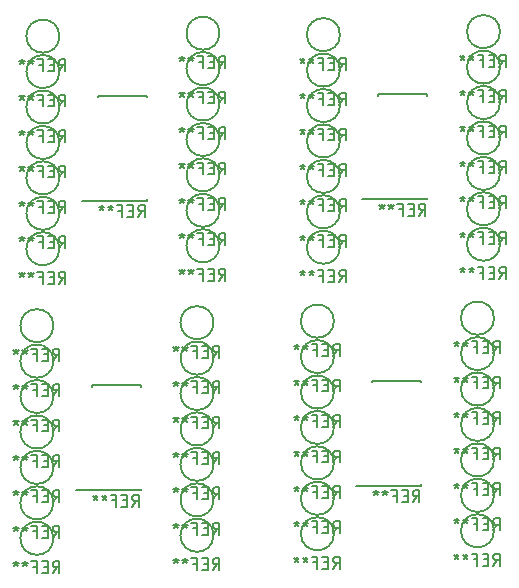
<source format=gbr>
G04 #@! TF.FileFunction,Legend,Bot*
%FSLAX46Y46*%
G04 Gerber Fmt 4.6, Leading zero omitted, Abs format (unit mm)*
G04 Created by KiCad (PCBNEW 4.0.6-e0-6349~53~ubuntu16.04.1) date Wed Aug  9 14:44:26 2017*
%MOMM*%
%LPD*%
G01*
G04 APERTURE LIST*
%ADD10C,0.100000*%
%ADD11C,0.150000*%
G04 APERTURE END LIST*
D10*
D11*
X128849600Y-90534200D02*
G75*
G03X128849600Y-90534200I-1400000J0D01*
G01*
X128849600Y-96534200D02*
G75*
G03X128849600Y-96534200I-1400000J0D01*
G01*
X128849600Y-93534200D02*
G75*
G03X128849600Y-93534200I-1400000J0D01*
G01*
X115293600Y-93788200D02*
G75*
G03X115293600Y-93788200I-1400000J0D01*
G01*
X118549600Y-104729200D02*
X118549600Y-104704200D01*
X122699600Y-104729200D02*
X122699600Y-104614200D01*
X122699600Y-95829200D02*
X122699600Y-95944200D01*
X118549600Y-95829200D02*
X118549600Y-95944200D01*
X118549600Y-104729200D02*
X122699600Y-104729200D01*
X118549600Y-95829200D02*
X122699600Y-95829200D01*
X118549600Y-104704200D02*
X117174600Y-104704200D01*
X115293600Y-90788200D02*
G75*
G03X115293600Y-90788200I-1400000J0D01*
G01*
X152598600Y-90407200D02*
G75*
G03X152598600Y-90407200I-1400000J0D01*
G01*
X139042600Y-96661200D02*
G75*
G03X139042600Y-96661200I-1400000J0D01*
G01*
X139042600Y-93661200D02*
G75*
G03X139042600Y-93661200I-1400000J0D01*
G01*
X142298600Y-104602200D02*
X142298600Y-104577200D01*
X146448600Y-104602200D02*
X146448600Y-104487200D01*
X146448600Y-95702200D02*
X146448600Y-95817200D01*
X142298600Y-95702200D02*
X142298600Y-95817200D01*
X142298600Y-104602200D02*
X146448600Y-104602200D01*
X142298600Y-95702200D02*
X146448600Y-95702200D01*
X142298600Y-104577200D02*
X140923600Y-104577200D01*
X152598600Y-93407200D02*
G75*
G03X152598600Y-93407200I-1400000J0D01*
G01*
X139042600Y-90661200D02*
G75*
G03X139042600Y-90661200I-1400000J0D01*
G01*
X115293600Y-108788200D02*
G75*
G03X115293600Y-108788200I-1400000J0D01*
G01*
X115293600Y-102788200D02*
G75*
G03X115293600Y-102788200I-1400000J0D01*
G01*
X115293600Y-105788200D02*
G75*
G03X115293600Y-105788200I-1400000J0D01*
G01*
X115293600Y-96788200D02*
G75*
G03X115293600Y-96788200I-1400000J0D01*
G01*
X115293600Y-99788200D02*
G75*
G03X115293600Y-99788200I-1400000J0D01*
G01*
X152598600Y-108407200D02*
G75*
G03X152598600Y-108407200I-1400000J0D01*
G01*
X152598600Y-105407200D02*
G75*
G03X152598600Y-105407200I-1400000J0D01*
G01*
X152598600Y-102407200D02*
G75*
G03X152598600Y-102407200I-1400000J0D01*
G01*
X152598600Y-96407200D02*
G75*
G03X152598600Y-96407200I-1400000J0D01*
G01*
X152598600Y-99407200D02*
G75*
G03X152598600Y-99407200I-1400000J0D01*
G01*
X139042600Y-105661200D02*
G75*
G03X139042600Y-105661200I-1400000J0D01*
G01*
X128849600Y-102534200D02*
G75*
G03X128849600Y-102534200I-1400000J0D01*
G01*
X128849600Y-108534200D02*
G75*
G03X128849600Y-108534200I-1400000J0D01*
G01*
X139042600Y-108661200D02*
G75*
G03X139042600Y-108661200I-1400000J0D01*
G01*
X139042600Y-99661200D02*
G75*
G03X139042600Y-99661200I-1400000J0D01*
G01*
X128849600Y-105534200D02*
G75*
G03X128849600Y-105534200I-1400000J0D01*
G01*
X139042600Y-102661200D02*
G75*
G03X139042600Y-102661200I-1400000J0D01*
G01*
X128849600Y-99534200D02*
G75*
G03X128849600Y-99534200I-1400000J0D01*
G01*
X141790600Y-128859200D02*
X141790600Y-128834200D01*
X145940600Y-128859200D02*
X145940600Y-128744200D01*
X145940600Y-119959200D02*
X145940600Y-120074200D01*
X141790600Y-119959200D02*
X141790600Y-120074200D01*
X141790600Y-128859200D02*
X145940600Y-128859200D01*
X141790600Y-119959200D02*
X145940600Y-119959200D01*
X141790600Y-128834200D02*
X140415600Y-128834200D01*
X138534600Y-126918200D02*
G75*
G03X138534600Y-126918200I-1400000J0D01*
G01*
X138534600Y-117918200D02*
G75*
G03X138534600Y-117918200I-1400000J0D01*
G01*
X138534600Y-114918200D02*
G75*
G03X138534600Y-114918200I-1400000J0D01*
G01*
X138534600Y-120918200D02*
G75*
G03X138534600Y-120918200I-1400000J0D01*
G01*
X138534600Y-123918200D02*
G75*
G03X138534600Y-123918200I-1400000J0D01*
G01*
X138534600Y-129918200D02*
G75*
G03X138534600Y-129918200I-1400000J0D01*
G01*
X138534600Y-132918200D02*
G75*
G03X138534600Y-132918200I-1400000J0D01*
G01*
X128341600Y-118045200D02*
G75*
G03X128341600Y-118045200I-1400000J0D01*
G01*
X128341600Y-121045200D02*
G75*
G03X128341600Y-121045200I-1400000J0D01*
G01*
X128341600Y-124045200D02*
G75*
G03X128341600Y-124045200I-1400000J0D01*
G01*
X128341600Y-130045200D02*
G75*
G03X128341600Y-130045200I-1400000J0D01*
G01*
X128341600Y-115045200D02*
G75*
G03X128341600Y-115045200I-1400000J0D01*
G01*
X128341600Y-133045200D02*
G75*
G03X128341600Y-133045200I-1400000J0D01*
G01*
X128341600Y-127045200D02*
G75*
G03X128341600Y-127045200I-1400000J0D01*
G01*
X118041600Y-129240200D02*
X118041600Y-129215200D01*
X122191600Y-129240200D02*
X122191600Y-129125200D01*
X122191600Y-120340200D02*
X122191600Y-120455200D01*
X118041600Y-120340200D02*
X118041600Y-120455200D01*
X118041600Y-129240200D02*
X122191600Y-129240200D01*
X118041600Y-120340200D02*
X122191600Y-120340200D01*
X118041600Y-129215200D02*
X116666600Y-129215200D01*
X114785600Y-130299200D02*
G75*
G03X114785600Y-130299200I-1400000J0D01*
G01*
X114785600Y-124299200D02*
G75*
G03X114785600Y-124299200I-1400000J0D01*
G01*
X114785600Y-121299200D02*
G75*
G03X114785600Y-121299200I-1400000J0D01*
G01*
X114785600Y-115299200D02*
G75*
G03X114785600Y-115299200I-1400000J0D01*
G01*
X114785600Y-133299200D02*
G75*
G03X114785600Y-133299200I-1400000J0D01*
G01*
X114785600Y-118299200D02*
G75*
G03X114785600Y-118299200I-1400000J0D01*
G01*
X114785600Y-127299200D02*
G75*
G03X114785600Y-127299200I-1400000J0D01*
G01*
X152090600Y-129664200D02*
G75*
G03X152090600Y-129664200I-1400000J0D01*
G01*
X152090600Y-120664200D02*
G75*
G03X152090600Y-120664200I-1400000J0D01*
G01*
X152090600Y-114664200D02*
G75*
G03X152090600Y-114664200I-1400000J0D01*
G01*
X152090600Y-123664200D02*
G75*
G03X152090600Y-123664200I-1400000J0D01*
G01*
X152090600Y-132664200D02*
G75*
G03X152090600Y-132664200I-1400000J0D01*
G01*
X152090600Y-117664200D02*
G75*
G03X152090600Y-117664200I-1400000J0D01*
G01*
X152090600Y-126664200D02*
G75*
G03X152090600Y-126664200I-1400000J0D01*
G01*
X128782933Y-93486581D02*
X129116267Y-93010390D01*
X129354362Y-93486581D02*
X129354362Y-92486581D01*
X128973409Y-92486581D01*
X128878171Y-92534200D01*
X128830552Y-92581819D01*
X128782933Y-92677057D01*
X128782933Y-92819914D01*
X128830552Y-92915152D01*
X128878171Y-92962771D01*
X128973409Y-93010390D01*
X129354362Y-93010390D01*
X128354362Y-92962771D02*
X128021028Y-92962771D01*
X127878171Y-93486581D02*
X128354362Y-93486581D01*
X128354362Y-92486581D01*
X127878171Y-92486581D01*
X127116266Y-92962771D02*
X127449600Y-92962771D01*
X127449600Y-93486581D02*
X127449600Y-92486581D01*
X126973409Y-92486581D01*
X126449600Y-92486581D02*
X126449600Y-92724676D01*
X126687695Y-92629438D02*
X126449600Y-92724676D01*
X126211504Y-92629438D01*
X126592457Y-92915152D02*
X126449600Y-92724676D01*
X126306742Y-92915152D01*
X125687695Y-92486581D02*
X125687695Y-92724676D01*
X125925790Y-92629438D02*
X125687695Y-92724676D01*
X125449599Y-92629438D01*
X125830552Y-92915152D02*
X125687695Y-92724676D01*
X125544837Y-92915152D01*
X128782933Y-99486581D02*
X129116267Y-99010390D01*
X129354362Y-99486581D02*
X129354362Y-98486581D01*
X128973409Y-98486581D01*
X128878171Y-98534200D01*
X128830552Y-98581819D01*
X128782933Y-98677057D01*
X128782933Y-98819914D01*
X128830552Y-98915152D01*
X128878171Y-98962771D01*
X128973409Y-99010390D01*
X129354362Y-99010390D01*
X128354362Y-98962771D02*
X128021028Y-98962771D01*
X127878171Y-99486581D02*
X128354362Y-99486581D01*
X128354362Y-98486581D01*
X127878171Y-98486581D01*
X127116266Y-98962771D02*
X127449600Y-98962771D01*
X127449600Y-99486581D02*
X127449600Y-98486581D01*
X126973409Y-98486581D01*
X126449600Y-98486581D02*
X126449600Y-98724676D01*
X126687695Y-98629438D02*
X126449600Y-98724676D01*
X126211504Y-98629438D01*
X126592457Y-98915152D02*
X126449600Y-98724676D01*
X126306742Y-98915152D01*
X125687695Y-98486581D02*
X125687695Y-98724676D01*
X125925790Y-98629438D02*
X125687695Y-98724676D01*
X125449599Y-98629438D01*
X125830552Y-98915152D02*
X125687695Y-98724676D01*
X125544837Y-98915152D01*
X128782933Y-96486581D02*
X129116267Y-96010390D01*
X129354362Y-96486581D02*
X129354362Y-95486581D01*
X128973409Y-95486581D01*
X128878171Y-95534200D01*
X128830552Y-95581819D01*
X128782933Y-95677057D01*
X128782933Y-95819914D01*
X128830552Y-95915152D01*
X128878171Y-95962771D01*
X128973409Y-96010390D01*
X129354362Y-96010390D01*
X128354362Y-95962771D02*
X128021028Y-95962771D01*
X127878171Y-96486581D02*
X128354362Y-96486581D01*
X128354362Y-95486581D01*
X127878171Y-95486581D01*
X127116266Y-95962771D02*
X127449600Y-95962771D01*
X127449600Y-96486581D02*
X127449600Y-95486581D01*
X126973409Y-95486581D01*
X126449600Y-95486581D02*
X126449600Y-95724676D01*
X126687695Y-95629438D02*
X126449600Y-95724676D01*
X126211504Y-95629438D01*
X126592457Y-95915152D02*
X126449600Y-95724676D01*
X126306742Y-95915152D01*
X125687695Y-95486581D02*
X125687695Y-95724676D01*
X125925790Y-95629438D02*
X125687695Y-95724676D01*
X125449599Y-95629438D01*
X125830552Y-95915152D02*
X125687695Y-95724676D01*
X125544837Y-95915152D01*
X115226933Y-96740581D02*
X115560267Y-96264390D01*
X115798362Y-96740581D02*
X115798362Y-95740581D01*
X115417409Y-95740581D01*
X115322171Y-95788200D01*
X115274552Y-95835819D01*
X115226933Y-95931057D01*
X115226933Y-96073914D01*
X115274552Y-96169152D01*
X115322171Y-96216771D01*
X115417409Y-96264390D01*
X115798362Y-96264390D01*
X114798362Y-96216771D02*
X114465028Y-96216771D01*
X114322171Y-96740581D02*
X114798362Y-96740581D01*
X114798362Y-95740581D01*
X114322171Y-95740581D01*
X113560266Y-96216771D02*
X113893600Y-96216771D01*
X113893600Y-96740581D02*
X113893600Y-95740581D01*
X113417409Y-95740581D01*
X112893600Y-95740581D02*
X112893600Y-95978676D01*
X113131695Y-95883438D02*
X112893600Y-95978676D01*
X112655504Y-95883438D01*
X113036457Y-96169152D02*
X112893600Y-95978676D01*
X112750742Y-96169152D01*
X112131695Y-95740581D02*
X112131695Y-95978676D01*
X112369790Y-95883438D02*
X112131695Y-95978676D01*
X111893599Y-95883438D01*
X112274552Y-96169152D02*
X112131695Y-95978676D01*
X111988837Y-96169152D01*
X121957933Y-106106581D02*
X122291267Y-105630390D01*
X122529362Y-106106581D02*
X122529362Y-105106581D01*
X122148409Y-105106581D01*
X122053171Y-105154200D01*
X122005552Y-105201819D01*
X121957933Y-105297057D01*
X121957933Y-105439914D01*
X122005552Y-105535152D01*
X122053171Y-105582771D01*
X122148409Y-105630390D01*
X122529362Y-105630390D01*
X121529362Y-105582771D02*
X121196028Y-105582771D01*
X121053171Y-106106581D02*
X121529362Y-106106581D01*
X121529362Y-105106581D01*
X121053171Y-105106581D01*
X120291266Y-105582771D02*
X120624600Y-105582771D01*
X120624600Y-106106581D02*
X120624600Y-105106581D01*
X120148409Y-105106581D01*
X119624600Y-105106581D02*
X119624600Y-105344676D01*
X119862695Y-105249438D02*
X119624600Y-105344676D01*
X119386504Y-105249438D01*
X119767457Y-105535152D02*
X119624600Y-105344676D01*
X119481742Y-105535152D01*
X118862695Y-105106581D02*
X118862695Y-105344676D01*
X119100790Y-105249438D02*
X118862695Y-105344676D01*
X118624599Y-105249438D01*
X119005552Y-105535152D02*
X118862695Y-105344676D01*
X118719837Y-105535152D01*
X115226933Y-93740581D02*
X115560267Y-93264390D01*
X115798362Y-93740581D02*
X115798362Y-92740581D01*
X115417409Y-92740581D01*
X115322171Y-92788200D01*
X115274552Y-92835819D01*
X115226933Y-92931057D01*
X115226933Y-93073914D01*
X115274552Y-93169152D01*
X115322171Y-93216771D01*
X115417409Y-93264390D01*
X115798362Y-93264390D01*
X114798362Y-93216771D02*
X114465028Y-93216771D01*
X114322171Y-93740581D02*
X114798362Y-93740581D01*
X114798362Y-92740581D01*
X114322171Y-92740581D01*
X113560266Y-93216771D02*
X113893600Y-93216771D01*
X113893600Y-93740581D02*
X113893600Y-92740581D01*
X113417409Y-92740581D01*
X112893600Y-92740581D02*
X112893600Y-92978676D01*
X113131695Y-92883438D02*
X112893600Y-92978676D01*
X112655504Y-92883438D01*
X113036457Y-93169152D02*
X112893600Y-92978676D01*
X112750742Y-93169152D01*
X112131695Y-92740581D02*
X112131695Y-92978676D01*
X112369790Y-92883438D02*
X112131695Y-92978676D01*
X111893599Y-92883438D01*
X112274552Y-93169152D02*
X112131695Y-92978676D01*
X111988837Y-93169152D01*
X152531933Y-93359581D02*
X152865267Y-92883390D01*
X153103362Y-93359581D02*
X153103362Y-92359581D01*
X152722409Y-92359581D01*
X152627171Y-92407200D01*
X152579552Y-92454819D01*
X152531933Y-92550057D01*
X152531933Y-92692914D01*
X152579552Y-92788152D01*
X152627171Y-92835771D01*
X152722409Y-92883390D01*
X153103362Y-92883390D01*
X152103362Y-92835771D02*
X151770028Y-92835771D01*
X151627171Y-93359581D02*
X152103362Y-93359581D01*
X152103362Y-92359581D01*
X151627171Y-92359581D01*
X150865266Y-92835771D02*
X151198600Y-92835771D01*
X151198600Y-93359581D02*
X151198600Y-92359581D01*
X150722409Y-92359581D01*
X150198600Y-92359581D02*
X150198600Y-92597676D01*
X150436695Y-92502438D02*
X150198600Y-92597676D01*
X149960504Y-92502438D01*
X150341457Y-92788152D02*
X150198600Y-92597676D01*
X150055742Y-92788152D01*
X149436695Y-92359581D02*
X149436695Y-92597676D01*
X149674790Y-92502438D02*
X149436695Y-92597676D01*
X149198599Y-92502438D01*
X149579552Y-92788152D02*
X149436695Y-92597676D01*
X149293837Y-92788152D01*
X138975933Y-99613581D02*
X139309267Y-99137390D01*
X139547362Y-99613581D02*
X139547362Y-98613581D01*
X139166409Y-98613581D01*
X139071171Y-98661200D01*
X139023552Y-98708819D01*
X138975933Y-98804057D01*
X138975933Y-98946914D01*
X139023552Y-99042152D01*
X139071171Y-99089771D01*
X139166409Y-99137390D01*
X139547362Y-99137390D01*
X138547362Y-99089771D02*
X138214028Y-99089771D01*
X138071171Y-99613581D02*
X138547362Y-99613581D01*
X138547362Y-98613581D01*
X138071171Y-98613581D01*
X137309266Y-99089771D02*
X137642600Y-99089771D01*
X137642600Y-99613581D02*
X137642600Y-98613581D01*
X137166409Y-98613581D01*
X136642600Y-98613581D02*
X136642600Y-98851676D01*
X136880695Y-98756438D02*
X136642600Y-98851676D01*
X136404504Y-98756438D01*
X136785457Y-99042152D02*
X136642600Y-98851676D01*
X136499742Y-99042152D01*
X135880695Y-98613581D02*
X135880695Y-98851676D01*
X136118790Y-98756438D02*
X135880695Y-98851676D01*
X135642599Y-98756438D01*
X136023552Y-99042152D02*
X135880695Y-98851676D01*
X135737837Y-99042152D01*
X138975933Y-96613581D02*
X139309267Y-96137390D01*
X139547362Y-96613581D02*
X139547362Y-95613581D01*
X139166409Y-95613581D01*
X139071171Y-95661200D01*
X139023552Y-95708819D01*
X138975933Y-95804057D01*
X138975933Y-95946914D01*
X139023552Y-96042152D01*
X139071171Y-96089771D01*
X139166409Y-96137390D01*
X139547362Y-96137390D01*
X138547362Y-96089771D02*
X138214028Y-96089771D01*
X138071171Y-96613581D02*
X138547362Y-96613581D01*
X138547362Y-95613581D01*
X138071171Y-95613581D01*
X137309266Y-96089771D02*
X137642600Y-96089771D01*
X137642600Y-96613581D02*
X137642600Y-95613581D01*
X137166409Y-95613581D01*
X136642600Y-95613581D02*
X136642600Y-95851676D01*
X136880695Y-95756438D02*
X136642600Y-95851676D01*
X136404504Y-95756438D01*
X136785457Y-96042152D02*
X136642600Y-95851676D01*
X136499742Y-96042152D01*
X135880695Y-95613581D02*
X135880695Y-95851676D01*
X136118790Y-95756438D02*
X135880695Y-95851676D01*
X135642599Y-95756438D01*
X136023552Y-96042152D02*
X135880695Y-95851676D01*
X135737837Y-96042152D01*
X145706933Y-105979581D02*
X146040267Y-105503390D01*
X146278362Y-105979581D02*
X146278362Y-104979581D01*
X145897409Y-104979581D01*
X145802171Y-105027200D01*
X145754552Y-105074819D01*
X145706933Y-105170057D01*
X145706933Y-105312914D01*
X145754552Y-105408152D01*
X145802171Y-105455771D01*
X145897409Y-105503390D01*
X146278362Y-105503390D01*
X145278362Y-105455771D02*
X144945028Y-105455771D01*
X144802171Y-105979581D02*
X145278362Y-105979581D01*
X145278362Y-104979581D01*
X144802171Y-104979581D01*
X144040266Y-105455771D02*
X144373600Y-105455771D01*
X144373600Y-105979581D02*
X144373600Y-104979581D01*
X143897409Y-104979581D01*
X143373600Y-104979581D02*
X143373600Y-105217676D01*
X143611695Y-105122438D02*
X143373600Y-105217676D01*
X143135504Y-105122438D01*
X143516457Y-105408152D02*
X143373600Y-105217676D01*
X143230742Y-105408152D01*
X142611695Y-104979581D02*
X142611695Y-105217676D01*
X142849790Y-105122438D02*
X142611695Y-105217676D01*
X142373599Y-105122438D01*
X142754552Y-105408152D02*
X142611695Y-105217676D01*
X142468837Y-105408152D01*
X152531933Y-96359581D02*
X152865267Y-95883390D01*
X153103362Y-96359581D02*
X153103362Y-95359581D01*
X152722409Y-95359581D01*
X152627171Y-95407200D01*
X152579552Y-95454819D01*
X152531933Y-95550057D01*
X152531933Y-95692914D01*
X152579552Y-95788152D01*
X152627171Y-95835771D01*
X152722409Y-95883390D01*
X153103362Y-95883390D01*
X152103362Y-95835771D02*
X151770028Y-95835771D01*
X151627171Y-96359581D02*
X152103362Y-96359581D01*
X152103362Y-95359581D01*
X151627171Y-95359581D01*
X150865266Y-95835771D02*
X151198600Y-95835771D01*
X151198600Y-96359581D02*
X151198600Y-95359581D01*
X150722409Y-95359581D01*
X150198600Y-95359581D02*
X150198600Y-95597676D01*
X150436695Y-95502438D02*
X150198600Y-95597676D01*
X149960504Y-95502438D01*
X150341457Y-95788152D02*
X150198600Y-95597676D01*
X150055742Y-95788152D01*
X149436695Y-95359581D02*
X149436695Y-95597676D01*
X149674790Y-95502438D02*
X149436695Y-95597676D01*
X149198599Y-95502438D01*
X149579552Y-95788152D02*
X149436695Y-95597676D01*
X149293837Y-95788152D01*
X138975933Y-93613581D02*
X139309267Y-93137390D01*
X139547362Y-93613581D02*
X139547362Y-92613581D01*
X139166409Y-92613581D01*
X139071171Y-92661200D01*
X139023552Y-92708819D01*
X138975933Y-92804057D01*
X138975933Y-92946914D01*
X139023552Y-93042152D01*
X139071171Y-93089771D01*
X139166409Y-93137390D01*
X139547362Y-93137390D01*
X138547362Y-93089771D02*
X138214028Y-93089771D01*
X138071171Y-93613581D02*
X138547362Y-93613581D01*
X138547362Y-92613581D01*
X138071171Y-92613581D01*
X137309266Y-93089771D02*
X137642600Y-93089771D01*
X137642600Y-93613581D02*
X137642600Y-92613581D01*
X137166409Y-92613581D01*
X136642600Y-92613581D02*
X136642600Y-92851676D01*
X136880695Y-92756438D02*
X136642600Y-92851676D01*
X136404504Y-92756438D01*
X136785457Y-93042152D02*
X136642600Y-92851676D01*
X136499742Y-93042152D01*
X135880695Y-92613581D02*
X135880695Y-92851676D01*
X136118790Y-92756438D02*
X135880695Y-92851676D01*
X135642599Y-92756438D01*
X136023552Y-93042152D02*
X135880695Y-92851676D01*
X135737837Y-93042152D01*
X115226933Y-111740581D02*
X115560267Y-111264390D01*
X115798362Y-111740581D02*
X115798362Y-110740581D01*
X115417409Y-110740581D01*
X115322171Y-110788200D01*
X115274552Y-110835819D01*
X115226933Y-110931057D01*
X115226933Y-111073914D01*
X115274552Y-111169152D01*
X115322171Y-111216771D01*
X115417409Y-111264390D01*
X115798362Y-111264390D01*
X114798362Y-111216771D02*
X114465028Y-111216771D01*
X114322171Y-111740581D02*
X114798362Y-111740581D01*
X114798362Y-110740581D01*
X114322171Y-110740581D01*
X113560266Y-111216771D02*
X113893600Y-111216771D01*
X113893600Y-111740581D02*
X113893600Y-110740581D01*
X113417409Y-110740581D01*
X112893600Y-110740581D02*
X112893600Y-110978676D01*
X113131695Y-110883438D02*
X112893600Y-110978676D01*
X112655504Y-110883438D01*
X113036457Y-111169152D02*
X112893600Y-110978676D01*
X112750742Y-111169152D01*
X112131695Y-110740581D02*
X112131695Y-110978676D01*
X112369790Y-110883438D02*
X112131695Y-110978676D01*
X111893599Y-110883438D01*
X112274552Y-111169152D02*
X112131695Y-110978676D01*
X111988837Y-111169152D01*
X115226933Y-105740581D02*
X115560267Y-105264390D01*
X115798362Y-105740581D02*
X115798362Y-104740581D01*
X115417409Y-104740581D01*
X115322171Y-104788200D01*
X115274552Y-104835819D01*
X115226933Y-104931057D01*
X115226933Y-105073914D01*
X115274552Y-105169152D01*
X115322171Y-105216771D01*
X115417409Y-105264390D01*
X115798362Y-105264390D01*
X114798362Y-105216771D02*
X114465028Y-105216771D01*
X114322171Y-105740581D02*
X114798362Y-105740581D01*
X114798362Y-104740581D01*
X114322171Y-104740581D01*
X113560266Y-105216771D02*
X113893600Y-105216771D01*
X113893600Y-105740581D02*
X113893600Y-104740581D01*
X113417409Y-104740581D01*
X112893600Y-104740581D02*
X112893600Y-104978676D01*
X113131695Y-104883438D02*
X112893600Y-104978676D01*
X112655504Y-104883438D01*
X113036457Y-105169152D02*
X112893600Y-104978676D01*
X112750742Y-105169152D01*
X112131695Y-104740581D02*
X112131695Y-104978676D01*
X112369790Y-104883438D02*
X112131695Y-104978676D01*
X111893599Y-104883438D01*
X112274552Y-105169152D02*
X112131695Y-104978676D01*
X111988837Y-105169152D01*
X115226933Y-108740581D02*
X115560267Y-108264390D01*
X115798362Y-108740581D02*
X115798362Y-107740581D01*
X115417409Y-107740581D01*
X115322171Y-107788200D01*
X115274552Y-107835819D01*
X115226933Y-107931057D01*
X115226933Y-108073914D01*
X115274552Y-108169152D01*
X115322171Y-108216771D01*
X115417409Y-108264390D01*
X115798362Y-108264390D01*
X114798362Y-108216771D02*
X114465028Y-108216771D01*
X114322171Y-108740581D02*
X114798362Y-108740581D01*
X114798362Y-107740581D01*
X114322171Y-107740581D01*
X113560266Y-108216771D02*
X113893600Y-108216771D01*
X113893600Y-108740581D02*
X113893600Y-107740581D01*
X113417409Y-107740581D01*
X112893600Y-107740581D02*
X112893600Y-107978676D01*
X113131695Y-107883438D02*
X112893600Y-107978676D01*
X112655504Y-107883438D01*
X113036457Y-108169152D02*
X112893600Y-107978676D01*
X112750742Y-108169152D01*
X112131695Y-107740581D02*
X112131695Y-107978676D01*
X112369790Y-107883438D02*
X112131695Y-107978676D01*
X111893599Y-107883438D01*
X112274552Y-108169152D02*
X112131695Y-107978676D01*
X111988837Y-108169152D01*
X115226933Y-99740581D02*
X115560267Y-99264390D01*
X115798362Y-99740581D02*
X115798362Y-98740581D01*
X115417409Y-98740581D01*
X115322171Y-98788200D01*
X115274552Y-98835819D01*
X115226933Y-98931057D01*
X115226933Y-99073914D01*
X115274552Y-99169152D01*
X115322171Y-99216771D01*
X115417409Y-99264390D01*
X115798362Y-99264390D01*
X114798362Y-99216771D02*
X114465028Y-99216771D01*
X114322171Y-99740581D02*
X114798362Y-99740581D01*
X114798362Y-98740581D01*
X114322171Y-98740581D01*
X113560266Y-99216771D02*
X113893600Y-99216771D01*
X113893600Y-99740581D02*
X113893600Y-98740581D01*
X113417409Y-98740581D01*
X112893600Y-98740581D02*
X112893600Y-98978676D01*
X113131695Y-98883438D02*
X112893600Y-98978676D01*
X112655504Y-98883438D01*
X113036457Y-99169152D02*
X112893600Y-98978676D01*
X112750742Y-99169152D01*
X112131695Y-98740581D02*
X112131695Y-98978676D01*
X112369790Y-98883438D02*
X112131695Y-98978676D01*
X111893599Y-98883438D01*
X112274552Y-99169152D02*
X112131695Y-98978676D01*
X111988837Y-99169152D01*
X115226933Y-102740581D02*
X115560267Y-102264390D01*
X115798362Y-102740581D02*
X115798362Y-101740581D01*
X115417409Y-101740581D01*
X115322171Y-101788200D01*
X115274552Y-101835819D01*
X115226933Y-101931057D01*
X115226933Y-102073914D01*
X115274552Y-102169152D01*
X115322171Y-102216771D01*
X115417409Y-102264390D01*
X115798362Y-102264390D01*
X114798362Y-102216771D02*
X114465028Y-102216771D01*
X114322171Y-102740581D02*
X114798362Y-102740581D01*
X114798362Y-101740581D01*
X114322171Y-101740581D01*
X113560266Y-102216771D02*
X113893600Y-102216771D01*
X113893600Y-102740581D02*
X113893600Y-101740581D01*
X113417409Y-101740581D01*
X112893600Y-101740581D02*
X112893600Y-101978676D01*
X113131695Y-101883438D02*
X112893600Y-101978676D01*
X112655504Y-101883438D01*
X113036457Y-102169152D02*
X112893600Y-101978676D01*
X112750742Y-102169152D01*
X112131695Y-101740581D02*
X112131695Y-101978676D01*
X112369790Y-101883438D02*
X112131695Y-101978676D01*
X111893599Y-101883438D01*
X112274552Y-102169152D02*
X112131695Y-101978676D01*
X111988837Y-102169152D01*
X152531933Y-111359581D02*
X152865267Y-110883390D01*
X153103362Y-111359581D02*
X153103362Y-110359581D01*
X152722409Y-110359581D01*
X152627171Y-110407200D01*
X152579552Y-110454819D01*
X152531933Y-110550057D01*
X152531933Y-110692914D01*
X152579552Y-110788152D01*
X152627171Y-110835771D01*
X152722409Y-110883390D01*
X153103362Y-110883390D01*
X152103362Y-110835771D02*
X151770028Y-110835771D01*
X151627171Y-111359581D02*
X152103362Y-111359581D01*
X152103362Y-110359581D01*
X151627171Y-110359581D01*
X150865266Y-110835771D02*
X151198600Y-110835771D01*
X151198600Y-111359581D02*
X151198600Y-110359581D01*
X150722409Y-110359581D01*
X150198600Y-110359581D02*
X150198600Y-110597676D01*
X150436695Y-110502438D02*
X150198600Y-110597676D01*
X149960504Y-110502438D01*
X150341457Y-110788152D02*
X150198600Y-110597676D01*
X150055742Y-110788152D01*
X149436695Y-110359581D02*
X149436695Y-110597676D01*
X149674790Y-110502438D02*
X149436695Y-110597676D01*
X149198599Y-110502438D01*
X149579552Y-110788152D02*
X149436695Y-110597676D01*
X149293837Y-110788152D01*
X152531933Y-108359581D02*
X152865267Y-107883390D01*
X153103362Y-108359581D02*
X153103362Y-107359581D01*
X152722409Y-107359581D01*
X152627171Y-107407200D01*
X152579552Y-107454819D01*
X152531933Y-107550057D01*
X152531933Y-107692914D01*
X152579552Y-107788152D01*
X152627171Y-107835771D01*
X152722409Y-107883390D01*
X153103362Y-107883390D01*
X152103362Y-107835771D02*
X151770028Y-107835771D01*
X151627171Y-108359581D02*
X152103362Y-108359581D01*
X152103362Y-107359581D01*
X151627171Y-107359581D01*
X150865266Y-107835771D02*
X151198600Y-107835771D01*
X151198600Y-108359581D02*
X151198600Y-107359581D01*
X150722409Y-107359581D01*
X150198600Y-107359581D02*
X150198600Y-107597676D01*
X150436695Y-107502438D02*
X150198600Y-107597676D01*
X149960504Y-107502438D01*
X150341457Y-107788152D02*
X150198600Y-107597676D01*
X150055742Y-107788152D01*
X149436695Y-107359581D02*
X149436695Y-107597676D01*
X149674790Y-107502438D02*
X149436695Y-107597676D01*
X149198599Y-107502438D01*
X149579552Y-107788152D02*
X149436695Y-107597676D01*
X149293837Y-107788152D01*
X152531933Y-105359581D02*
X152865267Y-104883390D01*
X153103362Y-105359581D02*
X153103362Y-104359581D01*
X152722409Y-104359581D01*
X152627171Y-104407200D01*
X152579552Y-104454819D01*
X152531933Y-104550057D01*
X152531933Y-104692914D01*
X152579552Y-104788152D01*
X152627171Y-104835771D01*
X152722409Y-104883390D01*
X153103362Y-104883390D01*
X152103362Y-104835771D02*
X151770028Y-104835771D01*
X151627171Y-105359581D02*
X152103362Y-105359581D01*
X152103362Y-104359581D01*
X151627171Y-104359581D01*
X150865266Y-104835771D02*
X151198600Y-104835771D01*
X151198600Y-105359581D02*
X151198600Y-104359581D01*
X150722409Y-104359581D01*
X150198600Y-104359581D02*
X150198600Y-104597676D01*
X150436695Y-104502438D02*
X150198600Y-104597676D01*
X149960504Y-104502438D01*
X150341457Y-104788152D02*
X150198600Y-104597676D01*
X150055742Y-104788152D01*
X149436695Y-104359581D02*
X149436695Y-104597676D01*
X149674790Y-104502438D02*
X149436695Y-104597676D01*
X149198599Y-104502438D01*
X149579552Y-104788152D02*
X149436695Y-104597676D01*
X149293837Y-104788152D01*
X152531933Y-99359581D02*
X152865267Y-98883390D01*
X153103362Y-99359581D02*
X153103362Y-98359581D01*
X152722409Y-98359581D01*
X152627171Y-98407200D01*
X152579552Y-98454819D01*
X152531933Y-98550057D01*
X152531933Y-98692914D01*
X152579552Y-98788152D01*
X152627171Y-98835771D01*
X152722409Y-98883390D01*
X153103362Y-98883390D01*
X152103362Y-98835771D02*
X151770028Y-98835771D01*
X151627171Y-99359581D02*
X152103362Y-99359581D01*
X152103362Y-98359581D01*
X151627171Y-98359581D01*
X150865266Y-98835771D02*
X151198600Y-98835771D01*
X151198600Y-99359581D02*
X151198600Y-98359581D01*
X150722409Y-98359581D01*
X150198600Y-98359581D02*
X150198600Y-98597676D01*
X150436695Y-98502438D02*
X150198600Y-98597676D01*
X149960504Y-98502438D01*
X150341457Y-98788152D02*
X150198600Y-98597676D01*
X150055742Y-98788152D01*
X149436695Y-98359581D02*
X149436695Y-98597676D01*
X149674790Y-98502438D02*
X149436695Y-98597676D01*
X149198599Y-98502438D01*
X149579552Y-98788152D02*
X149436695Y-98597676D01*
X149293837Y-98788152D01*
X152531933Y-102359581D02*
X152865267Y-101883390D01*
X153103362Y-102359581D02*
X153103362Y-101359581D01*
X152722409Y-101359581D01*
X152627171Y-101407200D01*
X152579552Y-101454819D01*
X152531933Y-101550057D01*
X152531933Y-101692914D01*
X152579552Y-101788152D01*
X152627171Y-101835771D01*
X152722409Y-101883390D01*
X153103362Y-101883390D01*
X152103362Y-101835771D02*
X151770028Y-101835771D01*
X151627171Y-102359581D02*
X152103362Y-102359581D01*
X152103362Y-101359581D01*
X151627171Y-101359581D01*
X150865266Y-101835771D02*
X151198600Y-101835771D01*
X151198600Y-102359581D02*
X151198600Y-101359581D01*
X150722409Y-101359581D01*
X150198600Y-101359581D02*
X150198600Y-101597676D01*
X150436695Y-101502438D02*
X150198600Y-101597676D01*
X149960504Y-101502438D01*
X150341457Y-101788152D02*
X150198600Y-101597676D01*
X150055742Y-101788152D01*
X149436695Y-101359581D02*
X149436695Y-101597676D01*
X149674790Y-101502438D02*
X149436695Y-101597676D01*
X149198599Y-101502438D01*
X149579552Y-101788152D02*
X149436695Y-101597676D01*
X149293837Y-101788152D01*
X138975933Y-108613581D02*
X139309267Y-108137390D01*
X139547362Y-108613581D02*
X139547362Y-107613581D01*
X139166409Y-107613581D01*
X139071171Y-107661200D01*
X139023552Y-107708819D01*
X138975933Y-107804057D01*
X138975933Y-107946914D01*
X139023552Y-108042152D01*
X139071171Y-108089771D01*
X139166409Y-108137390D01*
X139547362Y-108137390D01*
X138547362Y-108089771D02*
X138214028Y-108089771D01*
X138071171Y-108613581D02*
X138547362Y-108613581D01*
X138547362Y-107613581D01*
X138071171Y-107613581D01*
X137309266Y-108089771D02*
X137642600Y-108089771D01*
X137642600Y-108613581D02*
X137642600Y-107613581D01*
X137166409Y-107613581D01*
X136642600Y-107613581D02*
X136642600Y-107851676D01*
X136880695Y-107756438D02*
X136642600Y-107851676D01*
X136404504Y-107756438D01*
X136785457Y-108042152D02*
X136642600Y-107851676D01*
X136499742Y-108042152D01*
X135880695Y-107613581D02*
X135880695Y-107851676D01*
X136118790Y-107756438D02*
X135880695Y-107851676D01*
X135642599Y-107756438D01*
X136023552Y-108042152D02*
X135880695Y-107851676D01*
X135737837Y-108042152D01*
X128782933Y-105486581D02*
X129116267Y-105010390D01*
X129354362Y-105486581D02*
X129354362Y-104486581D01*
X128973409Y-104486581D01*
X128878171Y-104534200D01*
X128830552Y-104581819D01*
X128782933Y-104677057D01*
X128782933Y-104819914D01*
X128830552Y-104915152D01*
X128878171Y-104962771D01*
X128973409Y-105010390D01*
X129354362Y-105010390D01*
X128354362Y-104962771D02*
X128021028Y-104962771D01*
X127878171Y-105486581D02*
X128354362Y-105486581D01*
X128354362Y-104486581D01*
X127878171Y-104486581D01*
X127116266Y-104962771D02*
X127449600Y-104962771D01*
X127449600Y-105486581D02*
X127449600Y-104486581D01*
X126973409Y-104486581D01*
X126449600Y-104486581D02*
X126449600Y-104724676D01*
X126687695Y-104629438D02*
X126449600Y-104724676D01*
X126211504Y-104629438D01*
X126592457Y-104915152D02*
X126449600Y-104724676D01*
X126306742Y-104915152D01*
X125687695Y-104486581D02*
X125687695Y-104724676D01*
X125925790Y-104629438D02*
X125687695Y-104724676D01*
X125449599Y-104629438D01*
X125830552Y-104915152D02*
X125687695Y-104724676D01*
X125544837Y-104915152D01*
X128782933Y-111486581D02*
X129116267Y-111010390D01*
X129354362Y-111486581D02*
X129354362Y-110486581D01*
X128973409Y-110486581D01*
X128878171Y-110534200D01*
X128830552Y-110581819D01*
X128782933Y-110677057D01*
X128782933Y-110819914D01*
X128830552Y-110915152D01*
X128878171Y-110962771D01*
X128973409Y-111010390D01*
X129354362Y-111010390D01*
X128354362Y-110962771D02*
X128021028Y-110962771D01*
X127878171Y-111486581D02*
X128354362Y-111486581D01*
X128354362Y-110486581D01*
X127878171Y-110486581D01*
X127116266Y-110962771D02*
X127449600Y-110962771D01*
X127449600Y-111486581D02*
X127449600Y-110486581D01*
X126973409Y-110486581D01*
X126449600Y-110486581D02*
X126449600Y-110724676D01*
X126687695Y-110629438D02*
X126449600Y-110724676D01*
X126211504Y-110629438D01*
X126592457Y-110915152D02*
X126449600Y-110724676D01*
X126306742Y-110915152D01*
X125687695Y-110486581D02*
X125687695Y-110724676D01*
X125925790Y-110629438D02*
X125687695Y-110724676D01*
X125449599Y-110629438D01*
X125830552Y-110915152D02*
X125687695Y-110724676D01*
X125544837Y-110915152D01*
X138975933Y-111613581D02*
X139309267Y-111137390D01*
X139547362Y-111613581D02*
X139547362Y-110613581D01*
X139166409Y-110613581D01*
X139071171Y-110661200D01*
X139023552Y-110708819D01*
X138975933Y-110804057D01*
X138975933Y-110946914D01*
X139023552Y-111042152D01*
X139071171Y-111089771D01*
X139166409Y-111137390D01*
X139547362Y-111137390D01*
X138547362Y-111089771D02*
X138214028Y-111089771D01*
X138071171Y-111613581D02*
X138547362Y-111613581D01*
X138547362Y-110613581D01*
X138071171Y-110613581D01*
X137309266Y-111089771D02*
X137642600Y-111089771D01*
X137642600Y-111613581D02*
X137642600Y-110613581D01*
X137166409Y-110613581D01*
X136642600Y-110613581D02*
X136642600Y-110851676D01*
X136880695Y-110756438D02*
X136642600Y-110851676D01*
X136404504Y-110756438D01*
X136785457Y-111042152D02*
X136642600Y-110851676D01*
X136499742Y-111042152D01*
X135880695Y-110613581D02*
X135880695Y-110851676D01*
X136118790Y-110756438D02*
X135880695Y-110851676D01*
X135642599Y-110756438D01*
X136023552Y-111042152D02*
X135880695Y-110851676D01*
X135737837Y-111042152D01*
X138975933Y-102613581D02*
X139309267Y-102137390D01*
X139547362Y-102613581D02*
X139547362Y-101613581D01*
X139166409Y-101613581D01*
X139071171Y-101661200D01*
X139023552Y-101708819D01*
X138975933Y-101804057D01*
X138975933Y-101946914D01*
X139023552Y-102042152D01*
X139071171Y-102089771D01*
X139166409Y-102137390D01*
X139547362Y-102137390D01*
X138547362Y-102089771D02*
X138214028Y-102089771D01*
X138071171Y-102613581D02*
X138547362Y-102613581D01*
X138547362Y-101613581D01*
X138071171Y-101613581D01*
X137309266Y-102089771D02*
X137642600Y-102089771D01*
X137642600Y-102613581D02*
X137642600Y-101613581D01*
X137166409Y-101613581D01*
X136642600Y-101613581D02*
X136642600Y-101851676D01*
X136880695Y-101756438D02*
X136642600Y-101851676D01*
X136404504Y-101756438D01*
X136785457Y-102042152D02*
X136642600Y-101851676D01*
X136499742Y-102042152D01*
X135880695Y-101613581D02*
X135880695Y-101851676D01*
X136118790Y-101756438D02*
X135880695Y-101851676D01*
X135642599Y-101756438D01*
X136023552Y-102042152D02*
X135880695Y-101851676D01*
X135737837Y-102042152D01*
X128782933Y-108486581D02*
X129116267Y-108010390D01*
X129354362Y-108486581D02*
X129354362Y-107486581D01*
X128973409Y-107486581D01*
X128878171Y-107534200D01*
X128830552Y-107581819D01*
X128782933Y-107677057D01*
X128782933Y-107819914D01*
X128830552Y-107915152D01*
X128878171Y-107962771D01*
X128973409Y-108010390D01*
X129354362Y-108010390D01*
X128354362Y-107962771D02*
X128021028Y-107962771D01*
X127878171Y-108486581D02*
X128354362Y-108486581D01*
X128354362Y-107486581D01*
X127878171Y-107486581D01*
X127116266Y-107962771D02*
X127449600Y-107962771D01*
X127449600Y-108486581D02*
X127449600Y-107486581D01*
X126973409Y-107486581D01*
X126449600Y-107486581D02*
X126449600Y-107724676D01*
X126687695Y-107629438D02*
X126449600Y-107724676D01*
X126211504Y-107629438D01*
X126592457Y-107915152D02*
X126449600Y-107724676D01*
X126306742Y-107915152D01*
X125687695Y-107486581D02*
X125687695Y-107724676D01*
X125925790Y-107629438D02*
X125687695Y-107724676D01*
X125449599Y-107629438D01*
X125830552Y-107915152D02*
X125687695Y-107724676D01*
X125544837Y-107915152D01*
X138975933Y-105613581D02*
X139309267Y-105137390D01*
X139547362Y-105613581D02*
X139547362Y-104613581D01*
X139166409Y-104613581D01*
X139071171Y-104661200D01*
X139023552Y-104708819D01*
X138975933Y-104804057D01*
X138975933Y-104946914D01*
X139023552Y-105042152D01*
X139071171Y-105089771D01*
X139166409Y-105137390D01*
X139547362Y-105137390D01*
X138547362Y-105089771D02*
X138214028Y-105089771D01*
X138071171Y-105613581D02*
X138547362Y-105613581D01*
X138547362Y-104613581D01*
X138071171Y-104613581D01*
X137309266Y-105089771D02*
X137642600Y-105089771D01*
X137642600Y-105613581D02*
X137642600Y-104613581D01*
X137166409Y-104613581D01*
X136642600Y-104613581D02*
X136642600Y-104851676D01*
X136880695Y-104756438D02*
X136642600Y-104851676D01*
X136404504Y-104756438D01*
X136785457Y-105042152D02*
X136642600Y-104851676D01*
X136499742Y-105042152D01*
X135880695Y-104613581D02*
X135880695Y-104851676D01*
X136118790Y-104756438D02*
X135880695Y-104851676D01*
X135642599Y-104756438D01*
X136023552Y-105042152D02*
X135880695Y-104851676D01*
X135737837Y-105042152D01*
X128782933Y-102486581D02*
X129116267Y-102010390D01*
X129354362Y-102486581D02*
X129354362Y-101486581D01*
X128973409Y-101486581D01*
X128878171Y-101534200D01*
X128830552Y-101581819D01*
X128782933Y-101677057D01*
X128782933Y-101819914D01*
X128830552Y-101915152D01*
X128878171Y-101962771D01*
X128973409Y-102010390D01*
X129354362Y-102010390D01*
X128354362Y-101962771D02*
X128021028Y-101962771D01*
X127878171Y-102486581D02*
X128354362Y-102486581D01*
X128354362Y-101486581D01*
X127878171Y-101486581D01*
X127116266Y-101962771D02*
X127449600Y-101962771D01*
X127449600Y-102486581D02*
X127449600Y-101486581D01*
X126973409Y-101486581D01*
X126449600Y-101486581D02*
X126449600Y-101724676D01*
X126687695Y-101629438D02*
X126449600Y-101724676D01*
X126211504Y-101629438D01*
X126592457Y-101915152D02*
X126449600Y-101724676D01*
X126306742Y-101915152D01*
X125687695Y-101486581D02*
X125687695Y-101724676D01*
X125925790Y-101629438D02*
X125687695Y-101724676D01*
X125449599Y-101629438D01*
X125830552Y-101915152D02*
X125687695Y-101724676D01*
X125544837Y-101915152D01*
X145198933Y-130236581D02*
X145532267Y-129760390D01*
X145770362Y-130236581D02*
X145770362Y-129236581D01*
X145389409Y-129236581D01*
X145294171Y-129284200D01*
X145246552Y-129331819D01*
X145198933Y-129427057D01*
X145198933Y-129569914D01*
X145246552Y-129665152D01*
X145294171Y-129712771D01*
X145389409Y-129760390D01*
X145770362Y-129760390D01*
X144770362Y-129712771D02*
X144437028Y-129712771D01*
X144294171Y-130236581D02*
X144770362Y-130236581D01*
X144770362Y-129236581D01*
X144294171Y-129236581D01*
X143532266Y-129712771D02*
X143865600Y-129712771D01*
X143865600Y-130236581D02*
X143865600Y-129236581D01*
X143389409Y-129236581D01*
X142865600Y-129236581D02*
X142865600Y-129474676D01*
X143103695Y-129379438D02*
X142865600Y-129474676D01*
X142627504Y-129379438D01*
X143008457Y-129665152D02*
X142865600Y-129474676D01*
X142722742Y-129665152D01*
X142103695Y-129236581D02*
X142103695Y-129474676D01*
X142341790Y-129379438D02*
X142103695Y-129474676D01*
X141865599Y-129379438D01*
X142246552Y-129665152D02*
X142103695Y-129474676D01*
X141960837Y-129665152D01*
X138467933Y-129870581D02*
X138801267Y-129394390D01*
X139039362Y-129870581D02*
X139039362Y-128870581D01*
X138658409Y-128870581D01*
X138563171Y-128918200D01*
X138515552Y-128965819D01*
X138467933Y-129061057D01*
X138467933Y-129203914D01*
X138515552Y-129299152D01*
X138563171Y-129346771D01*
X138658409Y-129394390D01*
X139039362Y-129394390D01*
X138039362Y-129346771D02*
X137706028Y-129346771D01*
X137563171Y-129870581D02*
X138039362Y-129870581D01*
X138039362Y-128870581D01*
X137563171Y-128870581D01*
X136801266Y-129346771D02*
X137134600Y-129346771D01*
X137134600Y-129870581D02*
X137134600Y-128870581D01*
X136658409Y-128870581D01*
X136134600Y-128870581D02*
X136134600Y-129108676D01*
X136372695Y-129013438D02*
X136134600Y-129108676D01*
X135896504Y-129013438D01*
X136277457Y-129299152D02*
X136134600Y-129108676D01*
X135991742Y-129299152D01*
X135372695Y-128870581D02*
X135372695Y-129108676D01*
X135610790Y-129013438D02*
X135372695Y-129108676D01*
X135134599Y-129013438D01*
X135515552Y-129299152D02*
X135372695Y-129108676D01*
X135229837Y-129299152D01*
X138467933Y-120870581D02*
X138801267Y-120394390D01*
X139039362Y-120870581D02*
X139039362Y-119870581D01*
X138658409Y-119870581D01*
X138563171Y-119918200D01*
X138515552Y-119965819D01*
X138467933Y-120061057D01*
X138467933Y-120203914D01*
X138515552Y-120299152D01*
X138563171Y-120346771D01*
X138658409Y-120394390D01*
X139039362Y-120394390D01*
X138039362Y-120346771D02*
X137706028Y-120346771D01*
X137563171Y-120870581D02*
X138039362Y-120870581D01*
X138039362Y-119870581D01*
X137563171Y-119870581D01*
X136801266Y-120346771D02*
X137134600Y-120346771D01*
X137134600Y-120870581D02*
X137134600Y-119870581D01*
X136658409Y-119870581D01*
X136134600Y-119870581D02*
X136134600Y-120108676D01*
X136372695Y-120013438D02*
X136134600Y-120108676D01*
X135896504Y-120013438D01*
X136277457Y-120299152D02*
X136134600Y-120108676D01*
X135991742Y-120299152D01*
X135372695Y-119870581D02*
X135372695Y-120108676D01*
X135610790Y-120013438D02*
X135372695Y-120108676D01*
X135134599Y-120013438D01*
X135515552Y-120299152D02*
X135372695Y-120108676D01*
X135229837Y-120299152D01*
X138467933Y-117870581D02*
X138801267Y-117394390D01*
X139039362Y-117870581D02*
X139039362Y-116870581D01*
X138658409Y-116870581D01*
X138563171Y-116918200D01*
X138515552Y-116965819D01*
X138467933Y-117061057D01*
X138467933Y-117203914D01*
X138515552Y-117299152D01*
X138563171Y-117346771D01*
X138658409Y-117394390D01*
X139039362Y-117394390D01*
X138039362Y-117346771D02*
X137706028Y-117346771D01*
X137563171Y-117870581D02*
X138039362Y-117870581D01*
X138039362Y-116870581D01*
X137563171Y-116870581D01*
X136801266Y-117346771D02*
X137134600Y-117346771D01*
X137134600Y-117870581D02*
X137134600Y-116870581D01*
X136658409Y-116870581D01*
X136134600Y-116870581D02*
X136134600Y-117108676D01*
X136372695Y-117013438D02*
X136134600Y-117108676D01*
X135896504Y-117013438D01*
X136277457Y-117299152D02*
X136134600Y-117108676D01*
X135991742Y-117299152D01*
X135372695Y-116870581D02*
X135372695Y-117108676D01*
X135610790Y-117013438D02*
X135372695Y-117108676D01*
X135134599Y-117013438D01*
X135515552Y-117299152D02*
X135372695Y-117108676D01*
X135229837Y-117299152D01*
X138467933Y-123870581D02*
X138801267Y-123394390D01*
X139039362Y-123870581D02*
X139039362Y-122870581D01*
X138658409Y-122870581D01*
X138563171Y-122918200D01*
X138515552Y-122965819D01*
X138467933Y-123061057D01*
X138467933Y-123203914D01*
X138515552Y-123299152D01*
X138563171Y-123346771D01*
X138658409Y-123394390D01*
X139039362Y-123394390D01*
X138039362Y-123346771D02*
X137706028Y-123346771D01*
X137563171Y-123870581D02*
X138039362Y-123870581D01*
X138039362Y-122870581D01*
X137563171Y-122870581D01*
X136801266Y-123346771D02*
X137134600Y-123346771D01*
X137134600Y-123870581D02*
X137134600Y-122870581D01*
X136658409Y-122870581D01*
X136134600Y-122870581D02*
X136134600Y-123108676D01*
X136372695Y-123013438D02*
X136134600Y-123108676D01*
X135896504Y-123013438D01*
X136277457Y-123299152D02*
X136134600Y-123108676D01*
X135991742Y-123299152D01*
X135372695Y-122870581D02*
X135372695Y-123108676D01*
X135610790Y-123013438D02*
X135372695Y-123108676D01*
X135134599Y-123013438D01*
X135515552Y-123299152D02*
X135372695Y-123108676D01*
X135229837Y-123299152D01*
X138467933Y-126870581D02*
X138801267Y-126394390D01*
X139039362Y-126870581D02*
X139039362Y-125870581D01*
X138658409Y-125870581D01*
X138563171Y-125918200D01*
X138515552Y-125965819D01*
X138467933Y-126061057D01*
X138467933Y-126203914D01*
X138515552Y-126299152D01*
X138563171Y-126346771D01*
X138658409Y-126394390D01*
X139039362Y-126394390D01*
X138039362Y-126346771D02*
X137706028Y-126346771D01*
X137563171Y-126870581D02*
X138039362Y-126870581D01*
X138039362Y-125870581D01*
X137563171Y-125870581D01*
X136801266Y-126346771D02*
X137134600Y-126346771D01*
X137134600Y-126870581D02*
X137134600Y-125870581D01*
X136658409Y-125870581D01*
X136134600Y-125870581D02*
X136134600Y-126108676D01*
X136372695Y-126013438D02*
X136134600Y-126108676D01*
X135896504Y-126013438D01*
X136277457Y-126299152D02*
X136134600Y-126108676D01*
X135991742Y-126299152D01*
X135372695Y-125870581D02*
X135372695Y-126108676D01*
X135610790Y-126013438D02*
X135372695Y-126108676D01*
X135134599Y-126013438D01*
X135515552Y-126299152D02*
X135372695Y-126108676D01*
X135229837Y-126299152D01*
X138467933Y-132870581D02*
X138801267Y-132394390D01*
X139039362Y-132870581D02*
X139039362Y-131870581D01*
X138658409Y-131870581D01*
X138563171Y-131918200D01*
X138515552Y-131965819D01*
X138467933Y-132061057D01*
X138467933Y-132203914D01*
X138515552Y-132299152D01*
X138563171Y-132346771D01*
X138658409Y-132394390D01*
X139039362Y-132394390D01*
X138039362Y-132346771D02*
X137706028Y-132346771D01*
X137563171Y-132870581D02*
X138039362Y-132870581D01*
X138039362Y-131870581D01*
X137563171Y-131870581D01*
X136801266Y-132346771D02*
X137134600Y-132346771D01*
X137134600Y-132870581D02*
X137134600Y-131870581D01*
X136658409Y-131870581D01*
X136134600Y-131870581D02*
X136134600Y-132108676D01*
X136372695Y-132013438D02*
X136134600Y-132108676D01*
X135896504Y-132013438D01*
X136277457Y-132299152D02*
X136134600Y-132108676D01*
X135991742Y-132299152D01*
X135372695Y-131870581D02*
X135372695Y-132108676D01*
X135610790Y-132013438D02*
X135372695Y-132108676D01*
X135134599Y-132013438D01*
X135515552Y-132299152D02*
X135372695Y-132108676D01*
X135229837Y-132299152D01*
X138467933Y-135870581D02*
X138801267Y-135394390D01*
X139039362Y-135870581D02*
X139039362Y-134870581D01*
X138658409Y-134870581D01*
X138563171Y-134918200D01*
X138515552Y-134965819D01*
X138467933Y-135061057D01*
X138467933Y-135203914D01*
X138515552Y-135299152D01*
X138563171Y-135346771D01*
X138658409Y-135394390D01*
X139039362Y-135394390D01*
X138039362Y-135346771D02*
X137706028Y-135346771D01*
X137563171Y-135870581D02*
X138039362Y-135870581D01*
X138039362Y-134870581D01*
X137563171Y-134870581D01*
X136801266Y-135346771D02*
X137134600Y-135346771D01*
X137134600Y-135870581D02*
X137134600Y-134870581D01*
X136658409Y-134870581D01*
X136134600Y-134870581D02*
X136134600Y-135108676D01*
X136372695Y-135013438D02*
X136134600Y-135108676D01*
X135896504Y-135013438D01*
X136277457Y-135299152D02*
X136134600Y-135108676D01*
X135991742Y-135299152D01*
X135372695Y-134870581D02*
X135372695Y-135108676D01*
X135610790Y-135013438D02*
X135372695Y-135108676D01*
X135134599Y-135013438D01*
X135515552Y-135299152D02*
X135372695Y-135108676D01*
X135229837Y-135299152D01*
X128274933Y-120997581D02*
X128608267Y-120521390D01*
X128846362Y-120997581D02*
X128846362Y-119997581D01*
X128465409Y-119997581D01*
X128370171Y-120045200D01*
X128322552Y-120092819D01*
X128274933Y-120188057D01*
X128274933Y-120330914D01*
X128322552Y-120426152D01*
X128370171Y-120473771D01*
X128465409Y-120521390D01*
X128846362Y-120521390D01*
X127846362Y-120473771D02*
X127513028Y-120473771D01*
X127370171Y-120997581D02*
X127846362Y-120997581D01*
X127846362Y-119997581D01*
X127370171Y-119997581D01*
X126608266Y-120473771D02*
X126941600Y-120473771D01*
X126941600Y-120997581D02*
X126941600Y-119997581D01*
X126465409Y-119997581D01*
X125941600Y-119997581D02*
X125941600Y-120235676D01*
X126179695Y-120140438D02*
X125941600Y-120235676D01*
X125703504Y-120140438D01*
X126084457Y-120426152D02*
X125941600Y-120235676D01*
X125798742Y-120426152D01*
X125179695Y-119997581D02*
X125179695Y-120235676D01*
X125417790Y-120140438D02*
X125179695Y-120235676D01*
X124941599Y-120140438D01*
X125322552Y-120426152D02*
X125179695Y-120235676D01*
X125036837Y-120426152D01*
X128274933Y-123997581D02*
X128608267Y-123521390D01*
X128846362Y-123997581D02*
X128846362Y-122997581D01*
X128465409Y-122997581D01*
X128370171Y-123045200D01*
X128322552Y-123092819D01*
X128274933Y-123188057D01*
X128274933Y-123330914D01*
X128322552Y-123426152D01*
X128370171Y-123473771D01*
X128465409Y-123521390D01*
X128846362Y-123521390D01*
X127846362Y-123473771D02*
X127513028Y-123473771D01*
X127370171Y-123997581D02*
X127846362Y-123997581D01*
X127846362Y-122997581D01*
X127370171Y-122997581D01*
X126608266Y-123473771D02*
X126941600Y-123473771D01*
X126941600Y-123997581D02*
X126941600Y-122997581D01*
X126465409Y-122997581D01*
X125941600Y-122997581D02*
X125941600Y-123235676D01*
X126179695Y-123140438D02*
X125941600Y-123235676D01*
X125703504Y-123140438D01*
X126084457Y-123426152D02*
X125941600Y-123235676D01*
X125798742Y-123426152D01*
X125179695Y-122997581D02*
X125179695Y-123235676D01*
X125417790Y-123140438D02*
X125179695Y-123235676D01*
X124941599Y-123140438D01*
X125322552Y-123426152D02*
X125179695Y-123235676D01*
X125036837Y-123426152D01*
X128274933Y-126997581D02*
X128608267Y-126521390D01*
X128846362Y-126997581D02*
X128846362Y-125997581D01*
X128465409Y-125997581D01*
X128370171Y-126045200D01*
X128322552Y-126092819D01*
X128274933Y-126188057D01*
X128274933Y-126330914D01*
X128322552Y-126426152D01*
X128370171Y-126473771D01*
X128465409Y-126521390D01*
X128846362Y-126521390D01*
X127846362Y-126473771D02*
X127513028Y-126473771D01*
X127370171Y-126997581D02*
X127846362Y-126997581D01*
X127846362Y-125997581D01*
X127370171Y-125997581D01*
X126608266Y-126473771D02*
X126941600Y-126473771D01*
X126941600Y-126997581D02*
X126941600Y-125997581D01*
X126465409Y-125997581D01*
X125941600Y-125997581D02*
X125941600Y-126235676D01*
X126179695Y-126140438D02*
X125941600Y-126235676D01*
X125703504Y-126140438D01*
X126084457Y-126426152D02*
X125941600Y-126235676D01*
X125798742Y-126426152D01*
X125179695Y-125997581D02*
X125179695Y-126235676D01*
X125417790Y-126140438D02*
X125179695Y-126235676D01*
X124941599Y-126140438D01*
X125322552Y-126426152D02*
X125179695Y-126235676D01*
X125036837Y-126426152D01*
X128274933Y-132997581D02*
X128608267Y-132521390D01*
X128846362Y-132997581D02*
X128846362Y-131997581D01*
X128465409Y-131997581D01*
X128370171Y-132045200D01*
X128322552Y-132092819D01*
X128274933Y-132188057D01*
X128274933Y-132330914D01*
X128322552Y-132426152D01*
X128370171Y-132473771D01*
X128465409Y-132521390D01*
X128846362Y-132521390D01*
X127846362Y-132473771D02*
X127513028Y-132473771D01*
X127370171Y-132997581D02*
X127846362Y-132997581D01*
X127846362Y-131997581D01*
X127370171Y-131997581D01*
X126608266Y-132473771D02*
X126941600Y-132473771D01*
X126941600Y-132997581D02*
X126941600Y-131997581D01*
X126465409Y-131997581D01*
X125941600Y-131997581D02*
X125941600Y-132235676D01*
X126179695Y-132140438D02*
X125941600Y-132235676D01*
X125703504Y-132140438D01*
X126084457Y-132426152D02*
X125941600Y-132235676D01*
X125798742Y-132426152D01*
X125179695Y-131997581D02*
X125179695Y-132235676D01*
X125417790Y-132140438D02*
X125179695Y-132235676D01*
X124941599Y-132140438D01*
X125322552Y-132426152D02*
X125179695Y-132235676D01*
X125036837Y-132426152D01*
X128274933Y-117997581D02*
X128608267Y-117521390D01*
X128846362Y-117997581D02*
X128846362Y-116997581D01*
X128465409Y-116997581D01*
X128370171Y-117045200D01*
X128322552Y-117092819D01*
X128274933Y-117188057D01*
X128274933Y-117330914D01*
X128322552Y-117426152D01*
X128370171Y-117473771D01*
X128465409Y-117521390D01*
X128846362Y-117521390D01*
X127846362Y-117473771D02*
X127513028Y-117473771D01*
X127370171Y-117997581D02*
X127846362Y-117997581D01*
X127846362Y-116997581D01*
X127370171Y-116997581D01*
X126608266Y-117473771D02*
X126941600Y-117473771D01*
X126941600Y-117997581D02*
X126941600Y-116997581D01*
X126465409Y-116997581D01*
X125941600Y-116997581D02*
X125941600Y-117235676D01*
X126179695Y-117140438D02*
X125941600Y-117235676D01*
X125703504Y-117140438D01*
X126084457Y-117426152D02*
X125941600Y-117235676D01*
X125798742Y-117426152D01*
X125179695Y-116997581D02*
X125179695Y-117235676D01*
X125417790Y-117140438D02*
X125179695Y-117235676D01*
X124941599Y-117140438D01*
X125322552Y-117426152D02*
X125179695Y-117235676D01*
X125036837Y-117426152D01*
X128274933Y-135997581D02*
X128608267Y-135521390D01*
X128846362Y-135997581D02*
X128846362Y-134997581D01*
X128465409Y-134997581D01*
X128370171Y-135045200D01*
X128322552Y-135092819D01*
X128274933Y-135188057D01*
X128274933Y-135330914D01*
X128322552Y-135426152D01*
X128370171Y-135473771D01*
X128465409Y-135521390D01*
X128846362Y-135521390D01*
X127846362Y-135473771D02*
X127513028Y-135473771D01*
X127370171Y-135997581D02*
X127846362Y-135997581D01*
X127846362Y-134997581D01*
X127370171Y-134997581D01*
X126608266Y-135473771D02*
X126941600Y-135473771D01*
X126941600Y-135997581D02*
X126941600Y-134997581D01*
X126465409Y-134997581D01*
X125941600Y-134997581D02*
X125941600Y-135235676D01*
X126179695Y-135140438D02*
X125941600Y-135235676D01*
X125703504Y-135140438D01*
X126084457Y-135426152D02*
X125941600Y-135235676D01*
X125798742Y-135426152D01*
X125179695Y-134997581D02*
X125179695Y-135235676D01*
X125417790Y-135140438D02*
X125179695Y-135235676D01*
X124941599Y-135140438D01*
X125322552Y-135426152D02*
X125179695Y-135235676D01*
X125036837Y-135426152D01*
X128274933Y-129997581D02*
X128608267Y-129521390D01*
X128846362Y-129997581D02*
X128846362Y-128997581D01*
X128465409Y-128997581D01*
X128370171Y-129045200D01*
X128322552Y-129092819D01*
X128274933Y-129188057D01*
X128274933Y-129330914D01*
X128322552Y-129426152D01*
X128370171Y-129473771D01*
X128465409Y-129521390D01*
X128846362Y-129521390D01*
X127846362Y-129473771D02*
X127513028Y-129473771D01*
X127370171Y-129997581D02*
X127846362Y-129997581D01*
X127846362Y-128997581D01*
X127370171Y-128997581D01*
X126608266Y-129473771D02*
X126941600Y-129473771D01*
X126941600Y-129997581D02*
X126941600Y-128997581D01*
X126465409Y-128997581D01*
X125941600Y-128997581D02*
X125941600Y-129235676D01*
X126179695Y-129140438D02*
X125941600Y-129235676D01*
X125703504Y-129140438D01*
X126084457Y-129426152D02*
X125941600Y-129235676D01*
X125798742Y-129426152D01*
X125179695Y-128997581D02*
X125179695Y-129235676D01*
X125417790Y-129140438D02*
X125179695Y-129235676D01*
X124941599Y-129140438D01*
X125322552Y-129426152D02*
X125179695Y-129235676D01*
X125036837Y-129426152D01*
X121449933Y-130617581D02*
X121783267Y-130141390D01*
X122021362Y-130617581D02*
X122021362Y-129617581D01*
X121640409Y-129617581D01*
X121545171Y-129665200D01*
X121497552Y-129712819D01*
X121449933Y-129808057D01*
X121449933Y-129950914D01*
X121497552Y-130046152D01*
X121545171Y-130093771D01*
X121640409Y-130141390D01*
X122021362Y-130141390D01*
X121021362Y-130093771D02*
X120688028Y-130093771D01*
X120545171Y-130617581D02*
X121021362Y-130617581D01*
X121021362Y-129617581D01*
X120545171Y-129617581D01*
X119783266Y-130093771D02*
X120116600Y-130093771D01*
X120116600Y-130617581D02*
X120116600Y-129617581D01*
X119640409Y-129617581D01*
X119116600Y-129617581D02*
X119116600Y-129855676D01*
X119354695Y-129760438D02*
X119116600Y-129855676D01*
X118878504Y-129760438D01*
X119259457Y-130046152D02*
X119116600Y-129855676D01*
X118973742Y-130046152D01*
X118354695Y-129617581D02*
X118354695Y-129855676D01*
X118592790Y-129760438D02*
X118354695Y-129855676D01*
X118116599Y-129760438D01*
X118497552Y-130046152D02*
X118354695Y-129855676D01*
X118211837Y-130046152D01*
X114718933Y-133251581D02*
X115052267Y-132775390D01*
X115290362Y-133251581D02*
X115290362Y-132251581D01*
X114909409Y-132251581D01*
X114814171Y-132299200D01*
X114766552Y-132346819D01*
X114718933Y-132442057D01*
X114718933Y-132584914D01*
X114766552Y-132680152D01*
X114814171Y-132727771D01*
X114909409Y-132775390D01*
X115290362Y-132775390D01*
X114290362Y-132727771D02*
X113957028Y-132727771D01*
X113814171Y-133251581D02*
X114290362Y-133251581D01*
X114290362Y-132251581D01*
X113814171Y-132251581D01*
X113052266Y-132727771D02*
X113385600Y-132727771D01*
X113385600Y-133251581D02*
X113385600Y-132251581D01*
X112909409Y-132251581D01*
X112385600Y-132251581D02*
X112385600Y-132489676D01*
X112623695Y-132394438D02*
X112385600Y-132489676D01*
X112147504Y-132394438D01*
X112528457Y-132680152D02*
X112385600Y-132489676D01*
X112242742Y-132680152D01*
X111623695Y-132251581D02*
X111623695Y-132489676D01*
X111861790Y-132394438D02*
X111623695Y-132489676D01*
X111385599Y-132394438D01*
X111766552Y-132680152D02*
X111623695Y-132489676D01*
X111480837Y-132680152D01*
X114718933Y-127251581D02*
X115052267Y-126775390D01*
X115290362Y-127251581D02*
X115290362Y-126251581D01*
X114909409Y-126251581D01*
X114814171Y-126299200D01*
X114766552Y-126346819D01*
X114718933Y-126442057D01*
X114718933Y-126584914D01*
X114766552Y-126680152D01*
X114814171Y-126727771D01*
X114909409Y-126775390D01*
X115290362Y-126775390D01*
X114290362Y-126727771D02*
X113957028Y-126727771D01*
X113814171Y-127251581D02*
X114290362Y-127251581D01*
X114290362Y-126251581D01*
X113814171Y-126251581D01*
X113052266Y-126727771D02*
X113385600Y-126727771D01*
X113385600Y-127251581D02*
X113385600Y-126251581D01*
X112909409Y-126251581D01*
X112385600Y-126251581D02*
X112385600Y-126489676D01*
X112623695Y-126394438D02*
X112385600Y-126489676D01*
X112147504Y-126394438D01*
X112528457Y-126680152D02*
X112385600Y-126489676D01*
X112242742Y-126680152D01*
X111623695Y-126251581D02*
X111623695Y-126489676D01*
X111861790Y-126394438D02*
X111623695Y-126489676D01*
X111385599Y-126394438D01*
X111766552Y-126680152D02*
X111623695Y-126489676D01*
X111480837Y-126680152D01*
X114718933Y-124251581D02*
X115052267Y-123775390D01*
X115290362Y-124251581D02*
X115290362Y-123251581D01*
X114909409Y-123251581D01*
X114814171Y-123299200D01*
X114766552Y-123346819D01*
X114718933Y-123442057D01*
X114718933Y-123584914D01*
X114766552Y-123680152D01*
X114814171Y-123727771D01*
X114909409Y-123775390D01*
X115290362Y-123775390D01*
X114290362Y-123727771D02*
X113957028Y-123727771D01*
X113814171Y-124251581D02*
X114290362Y-124251581D01*
X114290362Y-123251581D01*
X113814171Y-123251581D01*
X113052266Y-123727771D02*
X113385600Y-123727771D01*
X113385600Y-124251581D02*
X113385600Y-123251581D01*
X112909409Y-123251581D01*
X112385600Y-123251581D02*
X112385600Y-123489676D01*
X112623695Y-123394438D02*
X112385600Y-123489676D01*
X112147504Y-123394438D01*
X112528457Y-123680152D02*
X112385600Y-123489676D01*
X112242742Y-123680152D01*
X111623695Y-123251581D02*
X111623695Y-123489676D01*
X111861790Y-123394438D02*
X111623695Y-123489676D01*
X111385599Y-123394438D01*
X111766552Y-123680152D02*
X111623695Y-123489676D01*
X111480837Y-123680152D01*
X114718933Y-118251581D02*
X115052267Y-117775390D01*
X115290362Y-118251581D02*
X115290362Y-117251581D01*
X114909409Y-117251581D01*
X114814171Y-117299200D01*
X114766552Y-117346819D01*
X114718933Y-117442057D01*
X114718933Y-117584914D01*
X114766552Y-117680152D01*
X114814171Y-117727771D01*
X114909409Y-117775390D01*
X115290362Y-117775390D01*
X114290362Y-117727771D02*
X113957028Y-117727771D01*
X113814171Y-118251581D02*
X114290362Y-118251581D01*
X114290362Y-117251581D01*
X113814171Y-117251581D01*
X113052266Y-117727771D02*
X113385600Y-117727771D01*
X113385600Y-118251581D02*
X113385600Y-117251581D01*
X112909409Y-117251581D01*
X112385600Y-117251581D02*
X112385600Y-117489676D01*
X112623695Y-117394438D02*
X112385600Y-117489676D01*
X112147504Y-117394438D01*
X112528457Y-117680152D02*
X112385600Y-117489676D01*
X112242742Y-117680152D01*
X111623695Y-117251581D02*
X111623695Y-117489676D01*
X111861790Y-117394438D02*
X111623695Y-117489676D01*
X111385599Y-117394438D01*
X111766552Y-117680152D02*
X111623695Y-117489676D01*
X111480837Y-117680152D01*
X114718933Y-136251581D02*
X115052267Y-135775390D01*
X115290362Y-136251581D02*
X115290362Y-135251581D01*
X114909409Y-135251581D01*
X114814171Y-135299200D01*
X114766552Y-135346819D01*
X114718933Y-135442057D01*
X114718933Y-135584914D01*
X114766552Y-135680152D01*
X114814171Y-135727771D01*
X114909409Y-135775390D01*
X115290362Y-135775390D01*
X114290362Y-135727771D02*
X113957028Y-135727771D01*
X113814171Y-136251581D02*
X114290362Y-136251581D01*
X114290362Y-135251581D01*
X113814171Y-135251581D01*
X113052266Y-135727771D02*
X113385600Y-135727771D01*
X113385600Y-136251581D02*
X113385600Y-135251581D01*
X112909409Y-135251581D01*
X112385600Y-135251581D02*
X112385600Y-135489676D01*
X112623695Y-135394438D02*
X112385600Y-135489676D01*
X112147504Y-135394438D01*
X112528457Y-135680152D02*
X112385600Y-135489676D01*
X112242742Y-135680152D01*
X111623695Y-135251581D02*
X111623695Y-135489676D01*
X111861790Y-135394438D02*
X111623695Y-135489676D01*
X111385599Y-135394438D01*
X111766552Y-135680152D02*
X111623695Y-135489676D01*
X111480837Y-135680152D01*
X114718933Y-121251581D02*
X115052267Y-120775390D01*
X115290362Y-121251581D02*
X115290362Y-120251581D01*
X114909409Y-120251581D01*
X114814171Y-120299200D01*
X114766552Y-120346819D01*
X114718933Y-120442057D01*
X114718933Y-120584914D01*
X114766552Y-120680152D01*
X114814171Y-120727771D01*
X114909409Y-120775390D01*
X115290362Y-120775390D01*
X114290362Y-120727771D02*
X113957028Y-120727771D01*
X113814171Y-121251581D02*
X114290362Y-121251581D01*
X114290362Y-120251581D01*
X113814171Y-120251581D01*
X113052266Y-120727771D02*
X113385600Y-120727771D01*
X113385600Y-121251581D02*
X113385600Y-120251581D01*
X112909409Y-120251581D01*
X112385600Y-120251581D02*
X112385600Y-120489676D01*
X112623695Y-120394438D02*
X112385600Y-120489676D01*
X112147504Y-120394438D01*
X112528457Y-120680152D02*
X112385600Y-120489676D01*
X112242742Y-120680152D01*
X111623695Y-120251581D02*
X111623695Y-120489676D01*
X111861790Y-120394438D02*
X111623695Y-120489676D01*
X111385599Y-120394438D01*
X111766552Y-120680152D02*
X111623695Y-120489676D01*
X111480837Y-120680152D01*
X114718933Y-130251581D02*
X115052267Y-129775390D01*
X115290362Y-130251581D02*
X115290362Y-129251581D01*
X114909409Y-129251581D01*
X114814171Y-129299200D01*
X114766552Y-129346819D01*
X114718933Y-129442057D01*
X114718933Y-129584914D01*
X114766552Y-129680152D01*
X114814171Y-129727771D01*
X114909409Y-129775390D01*
X115290362Y-129775390D01*
X114290362Y-129727771D02*
X113957028Y-129727771D01*
X113814171Y-130251581D02*
X114290362Y-130251581D01*
X114290362Y-129251581D01*
X113814171Y-129251581D01*
X113052266Y-129727771D02*
X113385600Y-129727771D01*
X113385600Y-130251581D02*
X113385600Y-129251581D01*
X112909409Y-129251581D01*
X112385600Y-129251581D02*
X112385600Y-129489676D01*
X112623695Y-129394438D02*
X112385600Y-129489676D01*
X112147504Y-129394438D01*
X112528457Y-129680152D02*
X112385600Y-129489676D01*
X112242742Y-129680152D01*
X111623695Y-129251581D02*
X111623695Y-129489676D01*
X111861790Y-129394438D02*
X111623695Y-129489676D01*
X111385599Y-129394438D01*
X111766552Y-129680152D02*
X111623695Y-129489676D01*
X111480837Y-129680152D01*
X152023933Y-132616581D02*
X152357267Y-132140390D01*
X152595362Y-132616581D02*
X152595362Y-131616581D01*
X152214409Y-131616581D01*
X152119171Y-131664200D01*
X152071552Y-131711819D01*
X152023933Y-131807057D01*
X152023933Y-131949914D01*
X152071552Y-132045152D01*
X152119171Y-132092771D01*
X152214409Y-132140390D01*
X152595362Y-132140390D01*
X151595362Y-132092771D02*
X151262028Y-132092771D01*
X151119171Y-132616581D02*
X151595362Y-132616581D01*
X151595362Y-131616581D01*
X151119171Y-131616581D01*
X150357266Y-132092771D02*
X150690600Y-132092771D01*
X150690600Y-132616581D02*
X150690600Y-131616581D01*
X150214409Y-131616581D01*
X149690600Y-131616581D02*
X149690600Y-131854676D01*
X149928695Y-131759438D02*
X149690600Y-131854676D01*
X149452504Y-131759438D01*
X149833457Y-132045152D02*
X149690600Y-131854676D01*
X149547742Y-132045152D01*
X148928695Y-131616581D02*
X148928695Y-131854676D01*
X149166790Y-131759438D02*
X148928695Y-131854676D01*
X148690599Y-131759438D01*
X149071552Y-132045152D02*
X148928695Y-131854676D01*
X148785837Y-132045152D01*
X152023933Y-123616581D02*
X152357267Y-123140390D01*
X152595362Y-123616581D02*
X152595362Y-122616581D01*
X152214409Y-122616581D01*
X152119171Y-122664200D01*
X152071552Y-122711819D01*
X152023933Y-122807057D01*
X152023933Y-122949914D01*
X152071552Y-123045152D01*
X152119171Y-123092771D01*
X152214409Y-123140390D01*
X152595362Y-123140390D01*
X151595362Y-123092771D02*
X151262028Y-123092771D01*
X151119171Y-123616581D02*
X151595362Y-123616581D01*
X151595362Y-122616581D01*
X151119171Y-122616581D01*
X150357266Y-123092771D02*
X150690600Y-123092771D01*
X150690600Y-123616581D02*
X150690600Y-122616581D01*
X150214409Y-122616581D01*
X149690600Y-122616581D02*
X149690600Y-122854676D01*
X149928695Y-122759438D02*
X149690600Y-122854676D01*
X149452504Y-122759438D01*
X149833457Y-123045152D02*
X149690600Y-122854676D01*
X149547742Y-123045152D01*
X148928695Y-122616581D02*
X148928695Y-122854676D01*
X149166790Y-122759438D02*
X148928695Y-122854676D01*
X148690599Y-122759438D01*
X149071552Y-123045152D02*
X148928695Y-122854676D01*
X148785837Y-123045152D01*
X152023933Y-117616581D02*
X152357267Y-117140390D01*
X152595362Y-117616581D02*
X152595362Y-116616581D01*
X152214409Y-116616581D01*
X152119171Y-116664200D01*
X152071552Y-116711819D01*
X152023933Y-116807057D01*
X152023933Y-116949914D01*
X152071552Y-117045152D01*
X152119171Y-117092771D01*
X152214409Y-117140390D01*
X152595362Y-117140390D01*
X151595362Y-117092771D02*
X151262028Y-117092771D01*
X151119171Y-117616581D02*
X151595362Y-117616581D01*
X151595362Y-116616581D01*
X151119171Y-116616581D01*
X150357266Y-117092771D02*
X150690600Y-117092771D01*
X150690600Y-117616581D02*
X150690600Y-116616581D01*
X150214409Y-116616581D01*
X149690600Y-116616581D02*
X149690600Y-116854676D01*
X149928695Y-116759438D02*
X149690600Y-116854676D01*
X149452504Y-116759438D01*
X149833457Y-117045152D02*
X149690600Y-116854676D01*
X149547742Y-117045152D01*
X148928695Y-116616581D02*
X148928695Y-116854676D01*
X149166790Y-116759438D02*
X148928695Y-116854676D01*
X148690599Y-116759438D01*
X149071552Y-117045152D02*
X148928695Y-116854676D01*
X148785837Y-117045152D01*
X152023933Y-126616581D02*
X152357267Y-126140390D01*
X152595362Y-126616581D02*
X152595362Y-125616581D01*
X152214409Y-125616581D01*
X152119171Y-125664200D01*
X152071552Y-125711819D01*
X152023933Y-125807057D01*
X152023933Y-125949914D01*
X152071552Y-126045152D01*
X152119171Y-126092771D01*
X152214409Y-126140390D01*
X152595362Y-126140390D01*
X151595362Y-126092771D02*
X151262028Y-126092771D01*
X151119171Y-126616581D02*
X151595362Y-126616581D01*
X151595362Y-125616581D01*
X151119171Y-125616581D01*
X150357266Y-126092771D02*
X150690600Y-126092771D01*
X150690600Y-126616581D02*
X150690600Y-125616581D01*
X150214409Y-125616581D01*
X149690600Y-125616581D02*
X149690600Y-125854676D01*
X149928695Y-125759438D02*
X149690600Y-125854676D01*
X149452504Y-125759438D01*
X149833457Y-126045152D02*
X149690600Y-125854676D01*
X149547742Y-126045152D01*
X148928695Y-125616581D02*
X148928695Y-125854676D01*
X149166790Y-125759438D02*
X148928695Y-125854676D01*
X148690599Y-125759438D01*
X149071552Y-126045152D02*
X148928695Y-125854676D01*
X148785837Y-126045152D01*
X152023933Y-135616581D02*
X152357267Y-135140390D01*
X152595362Y-135616581D02*
X152595362Y-134616581D01*
X152214409Y-134616581D01*
X152119171Y-134664200D01*
X152071552Y-134711819D01*
X152023933Y-134807057D01*
X152023933Y-134949914D01*
X152071552Y-135045152D01*
X152119171Y-135092771D01*
X152214409Y-135140390D01*
X152595362Y-135140390D01*
X151595362Y-135092771D02*
X151262028Y-135092771D01*
X151119171Y-135616581D02*
X151595362Y-135616581D01*
X151595362Y-134616581D01*
X151119171Y-134616581D01*
X150357266Y-135092771D02*
X150690600Y-135092771D01*
X150690600Y-135616581D02*
X150690600Y-134616581D01*
X150214409Y-134616581D01*
X149690600Y-134616581D02*
X149690600Y-134854676D01*
X149928695Y-134759438D02*
X149690600Y-134854676D01*
X149452504Y-134759438D01*
X149833457Y-135045152D02*
X149690600Y-134854676D01*
X149547742Y-135045152D01*
X148928695Y-134616581D02*
X148928695Y-134854676D01*
X149166790Y-134759438D02*
X148928695Y-134854676D01*
X148690599Y-134759438D01*
X149071552Y-135045152D02*
X148928695Y-134854676D01*
X148785837Y-135045152D01*
X152023933Y-120616581D02*
X152357267Y-120140390D01*
X152595362Y-120616581D02*
X152595362Y-119616581D01*
X152214409Y-119616581D01*
X152119171Y-119664200D01*
X152071552Y-119711819D01*
X152023933Y-119807057D01*
X152023933Y-119949914D01*
X152071552Y-120045152D01*
X152119171Y-120092771D01*
X152214409Y-120140390D01*
X152595362Y-120140390D01*
X151595362Y-120092771D02*
X151262028Y-120092771D01*
X151119171Y-120616581D02*
X151595362Y-120616581D01*
X151595362Y-119616581D01*
X151119171Y-119616581D01*
X150357266Y-120092771D02*
X150690600Y-120092771D01*
X150690600Y-120616581D02*
X150690600Y-119616581D01*
X150214409Y-119616581D01*
X149690600Y-119616581D02*
X149690600Y-119854676D01*
X149928695Y-119759438D02*
X149690600Y-119854676D01*
X149452504Y-119759438D01*
X149833457Y-120045152D02*
X149690600Y-119854676D01*
X149547742Y-120045152D01*
X148928695Y-119616581D02*
X148928695Y-119854676D01*
X149166790Y-119759438D02*
X148928695Y-119854676D01*
X148690599Y-119759438D01*
X149071552Y-120045152D02*
X148928695Y-119854676D01*
X148785837Y-120045152D01*
X152023933Y-129616581D02*
X152357267Y-129140390D01*
X152595362Y-129616581D02*
X152595362Y-128616581D01*
X152214409Y-128616581D01*
X152119171Y-128664200D01*
X152071552Y-128711819D01*
X152023933Y-128807057D01*
X152023933Y-128949914D01*
X152071552Y-129045152D01*
X152119171Y-129092771D01*
X152214409Y-129140390D01*
X152595362Y-129140390D01*
X151595362Y-129092771D02*
X151262028Y-129092771D01*
X151119171Y-129616581D02*
X151595362Y-129616581D01*
X151595362Y-128616581D01*
X151119171Y-128616581D01*
X150357266Y-129092771D02*
X150690600Y-129092771D01*
X150690600Y-129616581D02*
X150690600Y-128616581D01*
X150214409Y-128616581D01*
X149690600Y-128616581D02*
X149690600Y-128854676D01*
X149928695Y-128759438D02*
X149690600Y-128854676D01*
X149452504Y-128759438D01*
X149833457Y-129045152D02*
X149690600Y-128854676D01*
X149547742Y-129045152D01*
X148928695Y-128616581D02*
X148928695Y-128854676D01*
X149166790Y-128759438D02*
X148928695Y-128854676D01*
X148690599Y-128759438D01*
X149071552Y-129045152D02*
X148928695Y-128854676D01*
X148785837Y-129045152D01*
M02*

</source>
